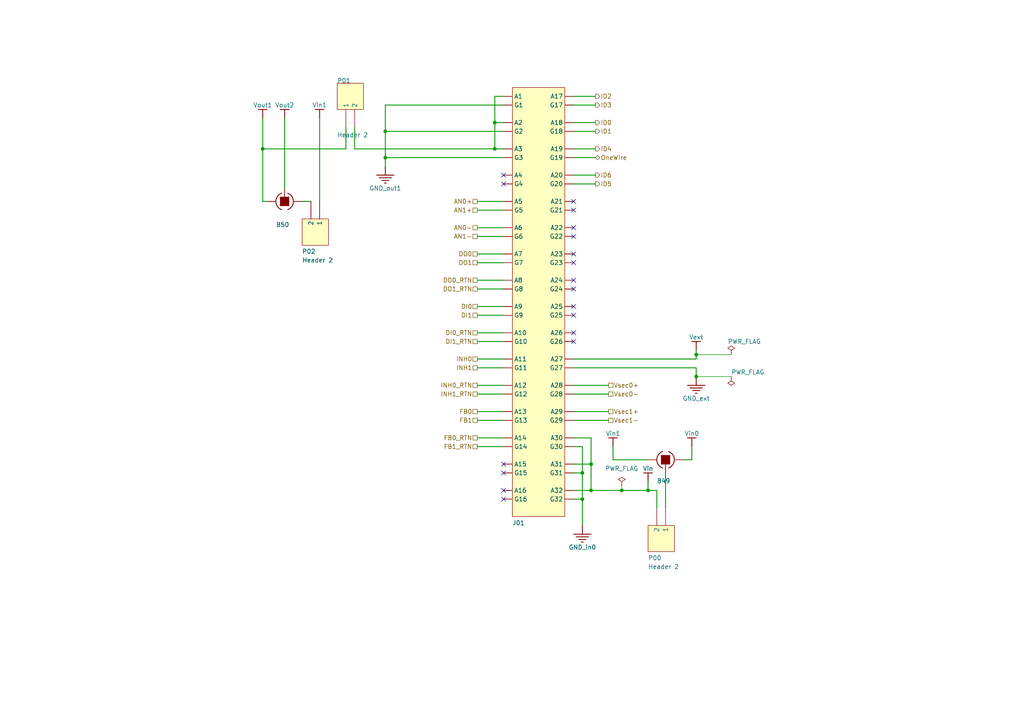
<source format=kicad_sch>
(kicad_sch (version 20211123) (generator eeschema)
  (paper "A4")
  (title_block (title "CAT-Modular Breadboard Breakout Board") (date "16.12.2021") (rev "0.1") (company "DLR e.V. Robert-Hooke Str. 7 28359 Bremen") (comment 1 "C. Strowik"))
  (lib_symbols
    (symbol "01_CAT-BB-CON-altium-import:0_0603_TripleSolderBridge"
      (property "Value" "0_0603_TripleSolderBridge" (at 0 0 0))
      (symbol "0_0603_TripleSolderBridge_1_0"
        (arc (start -0.8687 2.3868) (mid -2.54 0) (end -0.8687 -2.3868) (stroke (width 0.254)))
        (arc (start 0.8687 -2.3868) (mid 2.54 0) (end 0.8687 2.3868) (stroke (width 0.254)))
        (rectangle (start 1.27 1.27) (end -1.27 -1.27) (fill (type outline)))
        (pin passive line (at 0 3.81 270) (length 2.54) (name "1") (number "1"))
        (pin passive line (at 5.08 0 180) (length 2.54) (name "2") (number "2"))
        (pin passive line (at -5.08 0 0) (length 2.54) (name "3") (number "3"))
      )
    )
    (symbol "01_CAT-BB-CON-altium-import:0_C064MR-3-0C1-1"
      (property "Value" "0_C064MR-3-0C1-1" (at 0 0 0))
      (symbol "0_C064MR-3-0C1-1_1_0"
        (rectangle (start 15.24 38.1) (end 0 -86.36) (fill (type background)))
        (pin passive line (at -2.54 35.56 0) (length 2.54) (name "A1") (number "A1"))
        (pin passive line (at -2.54 -33.02 0) (length 2.54) (name "A10") (number "A10"))
        (pin passive line (at -2.54 -40.64 0) (length 2.54) (name "A11") (number "A11"))
        (pin passive line (at -2.54 -48.26 0) (length 2.54) (name "A12") (number "A12"))
        (pin passive line (at -2.54 -55.88 0) (length 2.54) (name "A13") (number "A13"))
        (pin passive line (at -2.54 -63.5 0) (length 2.54) (name "A14") (number "A14"))
        (pin passive line (at -2.54 -71.12 0) (length 2.54) (name "A15") (number "A15"))
        (pin passive line (at -2.54 -78.74 0) (length 2.54) (name "A16") (number "A16"))
        (pin passive line (at 17.78 35.56 180) (length 2.54) (name "A17") (number "A17"))
        (pin passive line (at 17.78 27.94 180) (length 2.54) (name "A18") (number "A18"))
        (pin passive line (at 17.78 20.32 180) (length 2.54) (name "A19") (number "A19"))
        (pin passive line (at -2.54 27.94 0) (length 2.54) (name "A2") (number "A2"))
        (pin passive line (at 17.78 12.7 180) (length 2.54) (name "A20") (number "A20"))
        (pin passive line (at 17.78 5.08 180) (length 2.54) (name "A21") (number "A21"))
        (pin passive line (at 17.78 -2.54 180) (length 2.54) (name "A22") (number "A22"))
        (pin passive line (at 17.78 -10.16 180) (length 2.54) (name "A23") (number "A23"))
        (pin passive line (at 17.78 -17.78 180) (length 2.54) (name "A24") (number "A24"))
        (pin passive line (at 17.78 -25.4 180) (length 2.54) (name "A25") (number "A25"))
        (pin passive line (at 17.78 -33.02 180) (length 2.54) (name "A26") (number "A26"))
        (pin passive line (at 17.78 -40.64 180) (length 2.54) (name "A27") (number "A27"))
        (pin passive line (at 17.78 -48.26 180) (length 2.54) (name "A28") (number "A28"))
        (pin passive line (at 17.78 -55.88 180) (length 2.54) (name "A29") (number "A29"))
        (pin passive line (at -2.54 20.32 0) (length 2.54) (name "A3") (number "A3"))
        (pin passive line (at 17.78 -63.5 180) (length 2.54) (name "A30") (number "A30"))
        (pin passive line (at 17.78 -71.12 180) (length 2.54) (name "A31") (number "A31"))
        (pin passive line (at 17.78 -78.74 180) (length 2.54) (name "A32") (number "A32"))
        (pin passive line (at -2.54 12.7 0) (length 2.54) (name "A4") (number "A4"))
        (pin passive line (at -2.54 5.08 0) (length 2.54) (name "A5") (number "A5"))
        (pin passive line (at -2.54 -2.54 0) (length 2.54) (name "A6") (number "A6"))
        (pin passive line (at -2.54 -10.16 0) (length 2.54) (name "A7") (number "A7"))
        (pin passive line (at -2.54 -17.78 0) (length 2.54) (name "A8") (number "A8"))
        (pin passive line (at -2.54 -25.4 0) (length 2.54) (name "A9") (number "A9"))
        (pin passive line (at -2.54 33.02 0) (length 2.54) (name "G1") (number "G1"))
        (pin passive line (at -2.54 -35.56 0) (length 2.54) (name "G10") (number "G10"))
        (pin passive line (at -2.54 -43.18 0) (length 2.54) (name "G11") (number "G11"))
        (pin passive line (at -2.54 -50.8 0) (length 2.54) (name "G12") (number "G12"))
        (pin passive line (at -2.54 -58.42 0) (length 2.54) (name "G13") (number "G13"))
        (pin passive line (at -2.54 -66.04 0) (length 2.54) (name "G14") (number "G14"))
        (pin passive line (at -2.54 -73.66 0) (length 2.54) (name "G15") (number "G15"))
        (pin passive line (at -2.54 -81.28 0) (length 2.54) (name "G16") (number "G16"))
        (pin passive line (at 17.78 33.02 180) (length 2.54) (name "G17") (number "G17"))
        (pin passive line (at 17.78 25.4 180) (length 2.54) (name "G18") (number "G18"))
        (pin passive line (at 17.78 17.78 180) (length 2.54) (name "G19") (number "G19"))
        (pin passive line (at -2.54 25.4 0) (length 2.54) (name "G2") (number "G2"))
        (pin passive line (at 17.78 10.16 180) (length 2.54) (name "G20") (number "G20"))
        (pin passive line (at 17.78 2.54 180) (length 2.54) (name "G21") (number "G21"))
        (pin passive line (at 17.78 -5.08 180) (length 2.54) (name "G22") (number "G22"))
        (pin passive line (at 17.78 -12.7 180) (length 2.54) (name "G23") (number "G23"))
        (pin passive line (at 17.78 -20.32 180) (length 2.54) (name "G24") (number "G24"))
        (pin passive line (at 17.78 -27.94 180) (length 2.54) (name "G25") (number "G25"))
        (pin passive line (at 17.78 -35.56 180) (length 2.54) (name "G26") (number "G26"))
        (pin passive line (at 17.78 -43.18 180) (length 2.54) (name "G27") (number "G27"))
        (pin passive line (at 17.78 -50.8 180) (length 2.54) (name "G28") (number "G28"))
        (pin passive line (at 17.78 -58.42 180) (length 2.54) (name "G29") (number "G29"))
        (pin passive line (at -2.54 17.78 0) (length 2.54) (name "G3") (number "G3"))
        (pin passive line (at 17.78 -66.04 180) (length 2.54) (name "G30") (number "G30"))
        (pin passive line (at 17.78 -73.66 180) (length 2.54) (name "G31") (number "G31"))
        (pin passive line (at 17.78 -81.28 180) (length 2.54) (name "G32") (number "G32"))
        (pin passive line (at -2.54 10.16 0) (length 2.54) (name "G4") (number "G4"))
        (pin passive line (at -2.54 2.54 0) (length 2.54) (name "G5") (number "G5"))
        (pin passive line (at -2.54 -5.08 0) (length 2.54) (name "G6") (number "G6"))
        (pin passive line (at -2.54 -12.7 0) (length 2.54) (name "G7") (number "G7"))
        (pin passive line (at -2.54 -20.32 0) (length 2.54) (name "G8") (number "G8"))
        (pin passive line (at -2.54 -27.94 0) (length 2.54) (name "G9") (number "G9"))
      )
    )
    (symbol "01_CAT-BB-CON-altium-import:1_Header 2"
      (property "Value" "1_Header 2" (at 0 0 0))
      (symbol "1_Header 2_1_0"
        (rectangle (start 7.62 7.62) (end 0 0) (fill (type background)))
        (pin passive line (at 2.54 -5.08 90) (length 5.08) (name "1") (number "1"))
        (pin passive line (at 5.08 -5.08 90) (length 5.08) (name "2") (number "2"))
      )
    )
    (symbol "01_CAT-BB-CON-altium-import:2_0603_TripleSolderBridge"
      (property "Value" "2_0603_TripleSolderBridge" (at 0 0 0))
      (symbol "2_0603_TripleSolderBridge_1_0"
        (arc (start -0.8687 2.3868) (mid -2.54 0) (end -0.8687 -2.3868) (stroke (width 0.254)))
        (arc (start 0.8687 -2.3868) (mid 2.54 0) (end 0.8687 2.3868) (stroke (width 0.254)))
        (rectangle (start 1.27 1.27) (end -1.27 -1.27) (fill (type outline)))
        (pin passive line (at 0 -3.81 90) (length 2.54) (name "1") (number "1"))
        (pin passive line (at -5.08 0 0) (length 2.54) (name "2") (number "2"))
        (pin passive line (at 5.08 0 180) (length 2.54) (name "3") (number "3"))
      )
    )
    (symbol "01_CAT-BB-CON-altium-import:3_Header 2"
      (property "Value" "3_Header 2" (at 0 0 0))
      (symbol "3_Header 2_1_0"
        (rectangle (start 0 0) (end -7.62 -7.62) (fill (type background)))
        (pin passive line (at -2.54 5.08 270) (length 5.08) (name "1") (number "1"))
        (pin passive line (at -5.08 5.08 270) (length 5.08) (name "2") (number "2"))
      )
    )
    (symbol "01_CAT-BB-CON-altium-import:GND_ext" (power)
      (property "Reference" "#PWR" (at 0 0 0))
      (property "Value" "GND_ext" (at 0 6.35 0))
      (symbol "GND_ext_0_0"
        (polyline (pts (xy -2.54 -2.54) (xy 2.54 -2.54)) (stroke (width 0.254)))
        (polyline (pts (xy -1.778 -3.302) (xy 1.778 -3.302)) (stroke (width 0.254)))
        (polyline (pts (xy -1.016 -4.064) (xy 1.016 -4.064)) (stroke (width 0.254)))
        (polyline (pts (xy -0.254 -4.826) (xy 0.254 -4.826)) (stroke (width 0.254)))
        (polyline (pts (xy 0 0) (xy 0 -2.54)) (stroke (width 0.254)))
        (pin power_in line (at 0 0 0) (length 0) hide (name "GND_ext") (number ""))
      )
    )
    (symbol "01_CAT-BB-CON-altium-import:GND_in0" (power)
      (property "Reference" "#PWR" (at 0 0 0))
      (property "Value" "GND_in0" (at 0 6.35 0))
      (symbol "GND_in0_0_0"
        (polyline (pts (xy -2.54 -2.54) (xy 2.54 -2.54)) (stroke (width 0.254)))
        (polyline (pts (xy -1.778 -3.302) (xy 1.778 -3.302)) (stroke (width 0.254)))
        (polyline (pts (xy -1.016 -4.064) (xy 1.016 -4.064)) (stroke (width 0.254)))
        (polyline (pts (xy -0.254 -4.826) (xy 0.254 -4.826)) (stroke (width 0.254)))
        (polyline (pts (xy 0 0) (xy 0 -2.54)) (stroke (width 0.254)))
        (pin power_in line (at 0 0 0) (length 0) hide (name "GND_in0") (number ""))
      )
    )
    (symbol "01_CAT-BB-CON-altium-import:GND_out1" (power)
      (property "Reference" "#PWR" (at 0 0 0))
      (property "Value" "GND_out1" (at 0 6.35 0))
      (symbol "GND_out1_0_0"
        (polyline (pts (xy -2.54 -2.54) (xy 2.54 -2.54)) (stroke (width 0.254)))
        (polyline (pts (xy -1.778 -3.302) (xy 1.778 -3.302)) (stroke (width 0.254)))
        (polyline (pts (xy -1.016 -4.064) (xy 1.016 -4.064)) (stroke (width 0.254)))
        (polyline (pts (xy -0.254 -4.826) (xy 0.254 -4.826)) (stroke (width 0.254)))
        (polyline (pts (xy 0 0) (xy 0 -2.54)) (stroke (width 0.254)))
        (pin power_in line (at 0 0 0) (length 0) hide (name "GND_out1") (number ""))
      )
    )
    (symbol "01_CAT-BB-CON-altium-import:Vext" (power)
      (property "Reference" "#PWR" (at 0 0 0))
      (property "Value" "Vext" (at 0 3.81 0))
      (symbol "Vext_0_0"
        (polyline (pts (xy -1.27 -2.54) (xy 1.27 -2.54)) (stroke (width 0.254)))
        (polyline (pts (xy 0 0) (xy 0 -2.54)) (stroke (width 0.254)))
        (pin power_in line (at 0 0 0) (length 0) hide (name "Vext") (number ""))
      )
    )
    (symbol "01_CAT-BB-CON-altium-import:Vin" (power)
      (property "Reference" "#PWR" (at 0 0 0))
      (property "Value" "Vin" (at 0 3.81 0))
      (symbol "Vin_0_0"
        (polyline (pts (xy -1.27 -2.54) (xy 1.27 -2.54)) (stroke (width 0.254)))
        (polyline (pts (xy 0 0) (xy 0 -2.54)) (stroke (width 0.254)))
        (pin power_in line (at 0 0 0) (length 0) hide (name "Vin") (number ""))
      )
    )
    (symbol "01_CAT-BB-CON-altium-import:Vin0" (power)
      (property "Reference" "#PWR" (at 0 0 0))
      (property "Value" "Vin0" (at 0 3.81 0))
      (symbol "Vin0_0_0"
        (polyline (pts (xy -1.27 -2.54) (xy 1.27 -2.54)) (stroke (width 0.254)))
        (polyline (pts (xy 0 0) (xy 0 -2.54)) (stroke (width 0.254)))
        (pin power_in line (at 0 0 0) (length 0) hide (name "Vin0") (number ""))
      )
    )
    (symbol "01_CAT-BB-CON-altium-import:Vin1" (power)
      (property "Reference" "#PWR" (at 0 0 0))
      (property "Value" "Vin1" (at 0 3.81 0))
      (symbol "Vin1_0_0"
        (polyline (pts (xy -1.27 -2.54) (xy 1.27 -2.54)) (stroke (width 0.254)))
        (polyline (pts (xy 0 0) (xy 0 -2.54)) (stroke (width 0.254)))
        (pin power_in line (at 0 0 0) (length 0) hide (name "Vin1") (number ""))
      )
    )
    (symbol "01_CAT-BB-CON-altium-import:Vout1" (power)
      (property "Reference" "#PWR" (at 0 0 0))
      (property "Value" "Vout1" (at 0 3.81 0))
      (symbol "Vout1_0_0"
        (polyline (pts (xy -1.27 -2.54) (xy 1.27 -2.54)) (stroke (width 0.254)))
        (polyline (pts (xy 0 0) (xy 0 -2.54)) (stroke (width 0.254)))
        (pin power_in line (at 0 0 0) (length 0) hide (name "Vout1") (number ""))
      )
    )
    (symbol "01_CAT-BB-CON-altium-import:Vout2" (power)
      (property "Reference" "#PWR" (at 0 0 0))
      (property "Value" "Vout2" (at 0 3.81 0))
      (symbol "Vout2_0_0"
        (polyline (pts (xy -1.27 -2.54) (xy 1.27 -2.54)) (stroke (width 0.254)))
        (polyline (pts (xy 0 0) (xy 0 -2.54)) (stroke (width 0.254)))
        (pin power_in line (at 0 0 0) (length 0) hide (name "Vout2") (number ""))
      )
    )
    (symbol "power:PWR_FLAG" (power) (pin_numbers hide) (pin_names (offset 0) hide)
      (property "Value" "PWR_FLAG" (at 0 3.81 0))
      (symbol "PWR_FLAG_0_0"
        (pin power_out line (at 0 0 90) (length 0) (name "pwr") (number "1"))
      )
      (symbol "PWR_FLAG_0_1"
        (polyline (pts (xy 0 0) (xy 0 1.27) (xy -1.016 1.905) (xy 0 2.54) (xy 1.016 1.905) (xy 0 1.27)))
      )
    )
  )
  (junction (at 187.96 142.24))
  (junction (at 168.91 137.16))
  (junction (at 201.93 102.87))
  (junction (at 76.2 43.18))
  (junction (at 171.45 142.24))
  (junction (at 168.91 144.78))
  (junction (at 171.45 134.62))
  (junction (at 111.76 38.1))
  (junction (at 201.93 109.22))
  (junction (at 143.51 43.18))
  (junction (at 143.51 35.56))
  (junction (at 180.34 142.24))
  (junction (at 111.76 45.72))
  (no_connect (at 166.37 81.28))
  (no_connect (at 166.37 66.04))
  (no_connect (at 146.05 137.16))
  (no_connect (at 146.05 50.8))
  (no_connect (at 166.37 60.96))
  (no_connect (at 166.37 99.06))
  (no_connect (at 166.37 88.9))
  (no_connect (at 146.05 142.24))
  (no_connect (at 166.37 73.66))
  (no_connect (at 166.37 76.2))
  (no_connect (at 166.37 91.44))
  (no_connect (at 166.37 96.52))
  (no_connect (at 166.37 68.58))
  (no_connect (at 146.05 53.34))
  (no_connect (at 146.05 144.78))
  (no_connect (at 146.05 134.62))
  (no_connect (at 166.37 83.82))
  (no_connect (at 166.37 58.42))
  (wire (pts (xy 166.37 38.1) (xy 172.72 38.1)) (stroke (width 0.254)))
  (wire (pts (xy 168.91 144.78) (xy 168.91 152.4)) (stroke (width 0.254)))
  (wire (pts (xy 138.43 127) (xy 146.05 127)) (stroke (width 0.254)))
  (wire (pts (xy 146.05 119.38) (xy 138.43 119.38)) (stroke (width 0.254)))
  (wire (pts (xy 143.51 35.56) (xy 143.51 27.94)) (stroke (width 0.254)))
  (wire (pts (xy 200.66 133.35) (xy 200.66 129.54)) (stroke (width 0.254)))
  (wire (pts (xy 76.2 58.42) (xy 76.2 43.18)) (stroke (width 0.254)))
  (wire (pts (xy 166.37 27.94) (xy 172.72 27.94)) (stroke (width 0.254)))
  (wire (pts (xy 143.51 35.56) (xy 146.05 35.56)) (stroke (width 0.254)))
  (wire (pts (xy 77.47 58.42) (xy 76.2 58.42)) (stroke (width 0.254)))
  (wire (pts (xy 146.05 91.44) (xy 138.43 91.44)) (stroke (width 0.254)))
  (wire (pts (xy 146.05 60.96) (xy 138.43 60.96)) (stroke (width 0.254)))
  (wire (pts (xy 87.63 58.42) (xy 90.17 58.42)) (stroke (width 0.254)))
  (wire (pts (xy 166.37 104.14) (xy 201.93 104.14)) (stroke (width 0.254)))
  (wire (pts (xy 111.76 38.1) (xy 111.76 45.72)) (stroke (width 0.254)))
  (wire (pts (xy 187.96 142.24) (xy 187.96 139.7)) (stroke (width 0.254)))
  (wire (pts (xy 146.05 83.82) (xy 138.43 83.82)) (stroke (width 0.254)))
  (wire (pts (xy 146.05 38.1) (xy 111.76 38.1)) (stroke (width 0.254)))
  (wire (pts (xy 171.45 127) (xy 171.45 134.62)) (stroke (width 0.254)))
  (wire (pts (xy 146.05 30.48) (xy 111.76 30.48)) (stroke (width 0.254)))
  (wire (pts (xy 111.76 45.72) (xy 111.76 48.26)) (stroke (width 0.254)))
  (wire (pts (xy 180.34 140.97) (xy 180.34 142.24)))
  (wire (pts (xy 102.87 43.18) (xy 143.51 43.18)) (stroke (width 0.254)))
  (wire (pts (xy 146.05 96.52) (xy 138.43 96.52)) (stroke (width 0.254)))
  (wire (pts (xy 198.12 133.35) (xy 200.66 133.35)) (stroke (width 0.254)))
  (wire (pts (xy 166.37 53.34) (xy 172.72 53.34)) (stroke (width 0.254)))
  (wire (pts (xy 166.37 142.24) (xy 171.45 142.24)) (stroke (width 0.254)))
  (wire (pts (xy 171.45 142.24) (xy 180.34 142.24)) (stroke (width 0.254)))
  (wire (pts (xy 201.93 102.87) (xy 201.93 101.6)) (stroke (width 0.254)))
  (wire (pts (xy 201.93 106.68) (xy 201.93 109.22)) (stroke (width 0.254)))
  (wire (pts (xy 166.37 35.56) (xy 172.72 35.56)) (stroke (width 0.254)))
  (wire (pts (xy 146.05 88.9) (xy 138.43 88.9)) (stroke (width 0.254)))
  (wire (pts (xy 166.37 129.54) (xy 168.91 129.54)) (stroke (width 0.254)))
  (wire (pts (xy 138.43 111.76) (xy 146.05 111.76)) (stroke (width 0.254)))
  (wire (pts (xy 146.05 68.58) (xy 138.43 68.58)) (stroke (width 0.254)))
  (wire (pts (xy 146.05 114.3) (xy 138.43 114.3)) (stroke (width 0.254)))
  (wire (pts (xy 146.05 73.66) (xy 138.43 73.66)) (stroke (width 0.254)))
  (wire (pts (xy 177.8 133.35) (xy 187.96 133.35)) (stroke (width 0.254)))
  (wire (pts (xy 168.91 129.54) (xy 168.91 137.16)) (stroke (width 0.254)))
  (wire (pts (xy 82.55 34.29) (xy 82.55 54.61)) (stroke (width 0.254)))
  (wire (pts (xy 176.53 121.92) (xy 166.37 121.92)) (stroke (width 0.254)))
  (wire (pts (xy 201.93 102.87) (xy 212.09 102.87)))
  (wire (pts (xy 166.37 106.68) (xy 201.93 106.68)) (stroke (width 0.254)))
  (wire (pts (xy 166.37 119.38) (xy 176.53 119.38)) (stroke (width 0.254)))
  (wire (pts (xy 143.51 43.18) (xy 143.51 35.56)) (stroke (width 0.254)))
  (wire (pts (xy 177.8 129.54) (xy 177.8 133.35)) (stroke (width 0.254)))
  (wire (pts (xy 146.05 45.72) (xy 111.76 45.72)) (stroke (width 0.254)))
  (wire (pts (xy 146.05 43.18) (xy 143.51 43.18)) (stroke (width 0.254)))
  (wire (pts (xy 166.37 134.62) (xy 171.45 134.62)) (stroke (width 0.254)))
  (wire (pts (xy 146.05 129.54) (xy 138.43 129.54)) (stroke (width 0.254)))
  (wire (pts (xy 166.37 137.16) (xy 168.91 137.16)) (stroke (width 0.254)))
  (wire (pts (xy 166.37 127) (xy 171.45 127)) (stroke (width 0.254)))
  (wire (pts (xy 166.37 43.18) (xy 172.72 43.18)) (stroke (width 0.254)))
  (wire (pts (xy 146.05 66.04) (xy 138.43 66.04)) (stroke (width 0.254)))
  (wire (pts (xy 190.5 142.24) (xy 190.5 147.32)) (stroke (width 0.254)))
  (wire (pts (xy 146.05 81.28) (xy 138.43 81.28)) (stroke (width 0.254)))
  (wire (pts (xy 168.91 137.16) (xy 168.91 144.78)) (stroke (width 0.254)))
  (wire (pts (xy 111.76 30.48) (xy 111.76 38.1)) (stroke (width 0.254)))
  (wire (pts (xy 166.37 144.78) (xy 168.91 144.78)) (stroke (width 0.254)))
  (wire (pts (xy 201.93 104.14) (xy 201.93 102.87)) (stroke (width 0.254)))
  (wire (pts (xy 146.05 58.42) (xy 138.43 58.42)) (stroke (width 0.254)))
  (wire (pts (xy 201.93 109.22) (xy 212.09 109.22)))
  (wire (pts (xy 166.37 111.76) (xy 176.53 111.76)) (stroke (width 0.254)))
  (wire (pts (xy 146.05 104.14) (xy 138.43 104.14)) (stroke (width 0.254)))
  (wire (pts (xy 180.34 142.24) (xy 187.96 142.24)) (stroke (width 0.254)))
  (wire (pts (xy 102.87 36.83) (xy 102.87 43.18)) (stroke (width 0.254)))
  (wire (pts (xy 193.04 147.32) (xy 193.04 137.16)) (stroke (width 0.254)))
  (wire (pts (xy 171.45 134.62) (xy 171.45 142.24)) (stroke (width 0.254)))
  (wire (pts (xy 166.37 114.3) (xy 176.53 114.3)) (stroke (width 0.254)))
  (wire (pts (xy 100.33 36.83) (xy 100.33 43.18)) (stroke (width 0.254)))
  (wire (pts (xy 166.37 45.72) (xy 172.72 45.72)) (stroke (width 0.254)))
  (wire (pts (xy 100.33 43.18) (xy 76.2 43.18)) (stroke (width 0.254)))
  (wire (pts (xy 187.96 142.24) (xy 190.5 142.24)) (stroke (width 0.254)))
  (wire (pts (xy 146.05 121.92) (xy 138.43 121.92)) (stroke (width 0.254)))
  (wire (pts (xy 76.2 43.18) (xy 76.2 34.29)) (stroke (width 0.254)))
  (wire (pts (xy 143.51 27.94) (xy 146.05 27.94)) (stroke (width 0.254)))
  (wire (pts (xy 166.37 30.48) (xy 172.72 30.48)) (stroke (width 0.254)))
  (wire (pts (xy 146.05 106.68) (xy 138.43 106.68)) (stroke (width 0.254)))
  (wire (pts (xy 166.37 50.8) (xy 172.72 50.8)) (stroke (width 0.254)))
  (wire (pts (xy 146.05 99.06) (xy 138.43 99.06)) (stroke (width 0.254)))
  (wire (pts (xy 92.71 34.29) (xy 92.71 58.42)) (stroke (width 0.254)))
  (wire (pts (xy 146.05 76.2) (xy 138.43 76.2)) (stroke (width 0.254)))
  (hierarchical_label "DO0_RTN" (shape passive) (at 138.43 81.28 180))
  (hierarchical_label "DO1" (shape passive) (at 138.43 76.2 180))
  (hierarchical_label "DI0_RTN" (shape passive) (at 138.43 96.52 180))
  (hierarchical_label "AN1-" (shape passive) (at 138.43 68.58 180))
  (hierarchical_label "ID6" (shape output) (at 172.72 50.8 0))
  (hierarchical_label "FB0" (shape passive) (at 138.43 119.38 180))
  (hierarchical_label "DO0" (shape passive) (at 138.43 73.66 180))
  (hierarchical_label "Vsec0+" (shape passive) (at 176.53 111.76 0))
  (hierarchical_label "Vsec1+" (shape passive) (at 176.53 119.38 0))
  (hierarchical_label "Vsec0-" (shape passive) (at 176.53 114.3 0))
  (hierarchical_label "ID4" (shape output) (at 172.72 43.18 0))
  (hierarchical_label "AN1+" (shape passive) (at 138.43 60.96 180))
  (hierarchical_label "AN0-" (shape passive) (at 138.43 66.04 180))
  (hierarchical_label "DI1" (shape passive) (at 138.43 91.44 180))
  (hierarchical_label "Vsec1-" (shape passive) (at 176.53 121.92 0))
  (hierarchical_label "ID2" (shape output) (at 172.72 27.94 0))
  (hierarchical_label "DO1_RTN" (shape passive) (at 138.43 83.82 180))
  (hierarchical_label "ID5" (shape output) (at 172.72 53.34 0))
  (hierarchical_label "AN0+" (shape passive) (at 138.43 58.42 180))
  (hierarchical_label "INH1_RTN" (shape passive) (at 138.43 114.3 180))
  (hierarchical_label "ID0" (shape output) (at 172.72 35.56 0))
  (hierarchical_label "FB1_RTN" (shape passive) (at 138.43 129.54 180))
  (hierarchical_label "INH0_RTN" (shape passive) (at 138.43 111.76 180))
  (hierarchical_label "DI1_RTN" (shape passive) (at 138.43 99.06 180))
  (hierarchical_label "DI0" (shape passive) (at 138.43 88.9 180))
  (hierarchical_label "FB0_RTN" (shape passive) (at 138.43 127 180))
  (hierarchical_label "ID1" (shape output) (at 172.72 38.1 0))
  (hierarchical_label "INH1" (shape passive) (at 138.43 106.68 180))
  (hierarchical_label "OneWire" (shape bidirectional) (at 172.72 45.72 0))
  (hierarchical_label "FB1" (shape passive) (at 138.43 121.92 180))
  (hierarchical_label "ID3" (shape output) (at 172.72 30.48 0))
  (hierarchical_label "INH0" (shape passive) (at 138.43 104.14 180))
  (symbol (lib_id "power:PWR_FLAG") (at 180.34 140.97 0) (unit 1)
    (property "Reference" "#FLG0108" (effects hide))
    (property "Value" "PWR_FLAG" (at 180.34 135.89 0))
  )
  (symbol (lib_id "01_CAT-BB-CON-altium-import:Vout2") (at 82.55 34.29 180) (unit 1)
    (property "Reference" "#PWR018" (effects hide))
    (property "Value" "Vout2" (at 82.55 30.48 0))
  )
  (symbol (lib_id "01_CAT-BB-CON-altium-import:Vin0") (at 200.66 129.54 180) (unit 1)
    (property "Reference" "#PWR024" (effects hide))
    (property "Value" "Vin0" (at 200.66 125.73 0))
  )
  (symbol (lib_id "01_CAT-BB-CON-altium-import:GND_in0") (at 168.91 152.4 0) (unit 1)
    (property "Reference" "#PWR021" (effects hide))
    (property "Value" "GND_in0" (at 168.91 158.75 0))
  )
  (symbol (lib_id "01_CAT-BB-CON-altium-import:3_Header 2") (at 95.25 63.5 0) (unit 1)
    (property "Reference" "P02" (at 87.63 73.66 0) (effects (justify left bottom)))
    (property "Value" "Header 2" (at 87.63 76.2 0) (effects (justify left bottom)))
    (property "Footprint" "Connector_PinHeader_2.54mm:PinHeader_1x02_P2.54mm_Vertical" (effects hide))
    (property "LATESTREVISIONDATE" "17-Jul-2002" (effects hide))
    (property "LATESTREVISIONNOTE" "Re-released for DXP Platform." (effects hide))
    (property "PUBLISHER" "Altium Limited" (effects hide))
  )
  (symbol (lib_id "01_CAT-BB-CON-altium-import:GND_out1") (at 111.76 48.26 0) (unit 1)
    (property "Reference" "#PWR020" (effects hide))
    (property "Value" "GND_out1" (at 111.76 54.61 0))
  )
  (symbol (lib_id "01_CAT-BB-CON-altium-import:2_0603_TripleSolderBridge") (at 193.04 133.35 0) (unit 1)
    (property "Reference" "B49" (at 190.5 140.208 0) (effects (justify left bottom)))
    (property "Value" "0603_TripleSolderBridge" (effects hide))
    (property "Footprint" "footprints:0603_TripleSolderBridge" (effects hide))
  )
  (symbol (lib_id "01_CAT-BB-CON-altium-import:Vext") (at 201.93 101.6 180) (unit 1)
    (property "Reference" "#PWR025" (effects hide))
    (property "Value" "Vext" (at 201.93 97.79 0))
  )
  (symbol (lib_id "01_CAT-BB-CON-altium-import:GND_ext") (at 201.93 109.22 0) (unit 1)
    (property "Reference" "#PWR026" (effects hide))
    (property "Value" "GND_ext" (at 201.93 115.57 0))
  )
  (symbol (lib_id "power:PWR_FLAG") (at 212.09 109.22 180) (unit 1)
    (property "Reference" "#FLG0109" (effects hide))
    (property "Value" "PWR_FLAG" (at 212.09 107.95 0) (effects (justify right)))
  )
  (symbol (lib_id "power:PWR_FLAG") (at 212.09 102.87 0) (unit 1)
    (property "Reference" "#FLG0110" (effects hide))
    (property "Value" "PWR_FLAG" (at 215.9 99.06 0))
  )
  (symbol (lib_id "01_CAT-BB-CON-altium-import:3_Header 2") (at 195.58 152.4 0) (unit 1)
    (property "Reference" "P00" (at 187.96 162.56 0) (effects (justify left bottom)))
    (property "Value" "Header 2" (at 187.96 165.1 0) (effects (justify left bottom)))
    (property "Footprint" "Connector_PinHeader_2.54mm:PinHeader_1x02_P2.54mm_Vertical" (effects hide))
    (property "LATESTREVISIONDATE" "17-Jul-2002" (effects hide))
    (property "LATESTREVISIONNOTE" "Re-released for DXP Platform." (effects hide))
    (property "PUBLISHER" "Altium Limited" (effects hide))
  )
  (symbol (lib_id "01_CAT-BB-CON-altium-import:Vin1") (at 92.71 34.29 180) (unit 1)
    (property "Reference" "#PWR019" (effects hide))
    (property "Value" "Vin1" (at 92.71 30.48 0))
  )
  (symbol (lib_id "01_CAT-BB-CON-altium-import:0_C064MR-3-0C1-1") (at 148.59 63.5 0) (unit 1)
    (property "Reference" "J01" (at 148.59 152.4 0) (effects (justify left bottom)))
    (property "Value" "C064MR-3-0C1-1" (effects hide))
    (property "Footprint" "footprints:C064MR-3-0C1-1" (effects hide))
  )
  (symbol (lib_id "01_CAT-BB-CON-altium-import:Vout1") (at 76.2 34.29 180) (unit 1)
    (property "Reference" "#PWR017" (effects hide))
    (property "Value" "Vout1" (at 76.2 30.48 0))
  )
  (symbol (lib_id "01_CAT-BB-CON-altium-import:Vin") (at 187.96 139.7 180) (unit 1)
    (property "Reference" "#PWR023" (effects hide))
    (property "Value" "Vin" (at 187.96 135.89 0))
  )
  (symbol (lib_id "01_CAT-BB-CON-altium-import:0_0603_TripleSolderBridge") (at 82.55 58.42 0) (unit 1)
    (property "Reference" "B50" (at 80.01 65.8869 0) (effects (justify left bottom)))
    (property "Value" "0603_TripleSolderBridge" (effects hide))
    (property "Footprint" "footprints:0603_TripleSolderBridge" (effects hide))
  )
  (symbol (lib_id "01_CAT-BB-CON-altium-import:Vin1") (at 177.8 129.54 180) (unit 1)
    (property "Reference" "#PWR022" (effects hide))
    (property "Value" "Vin1" (at 177.8 125.73 0))
  )
  (symbol (lib_id "01_CAT-BB-CON-altium-import:1_Header 2") (at 97.79 31.75 0) (unit 1)
    (property "Reference" "P01" (at 97.79 24.13 0) (effects (justify left bottom)))
    (property "Value" "Header 2" (at 97.79 39.878 0) (effects (justify left bottom)))
    (property "Footprint" "Connector_PinHeader_2.54mm:PinHeader_1x02_P2.54mm_Vertical" (effects hide))
    (property "LATESTREVISIONDATE" "17-Jul-2002" (effects hide))
    (property "LATESTREVISIONNOTE" "Re-released for DXP Platform." (effects hide))
    (property "PUBLISHER" "Altium Limited" (effects hide))
  )
)
</source>
